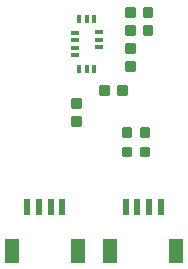
<source format=gbr>
G04 EAGLE Gerber RS-274X export*
G75*
%MOMM*%
%FSLAX34Y34*%
%LPD*%
%INSolderpaste Top*%
%IPPOS*%
%AMOC8*
5,1,8,0,0,1.08239X$1,22.5*%
G01*
%ADD10R,0.600000X1.350000*%
%ADD11R,1.200000X2.000000*%
%ADD12C,0.222250*%
%ADD13R,0.350000X0.800000*%
%ADD14R,0.800000X0.350000*%


D10*
X91680Y52000D03*
X101680Y52000D03*
X111680Y52000D03*
X121680Y52000D03*
D11*
X134680Y15250D03*
X78680Y15250D03*
D10*
X175246Y52000D03*
X185246Y52000D03*
X195246Y52000D03*
X205246Y52000D03*
D11*
X218246Y15250D03*
X162246Y15250D03*
D12*
X172688Y95980D02*
X179356Y95980D01*
X172688Y95980D02*
X172688Y102648D01*
X179356Y102648D01*
X179356Y95980D01*
X179356Y98092D02*
X172688Y98092D01*
X172688Y100204D02*
X179356Y100204D01*
X179356Y102316D02*
X172688Y102316D01*
X187928Y95980D02*
X194596Y95980D01*
X187928Y95980D02*
X187928Y102648D01*
X194596Y102648D01*
X194596Y95980D01*
X194596Y98092D02*
X187928Y98092D01*
X187928Y100204D02*
X194596Y100204D01*
X194596Y102316D02*
X187928Y102316D01*
X179356Y112744D02*
X172688Y112744D01*
X172688Y119412D01*
X179356Y119412D01*
X179356Y112744D01*
X179356Y114856D02*
X172688Y114856D01*
X172688Y116968D02*
X179356Y116968D01*
X179356Y119080D02*
X172688Y119080D01*
X187928Y112744D02*
X194596Y112744D01*
X187928Y112744D02*
X187928Y119412D01*
X194596Y119412D01*
X194596Y112744D01*
X194596Y114856D02*
X187928Y114856D01*
X187928Y116968D02*
X194596Y116968D01*
X194596Y119080D02*
X187928Y119080D01*
D13*
X148340Y169554D03*
X142240Y169554D03*
X136140Y169554D03*
D14*
X132040Y180924D03*
X132040Y187274D03*
X132040Y193624D03*
X132040Y199974D03*
D13*
X136140Y211354D03*
X142240Y211354D03*
X148340Y211354D03*
D14*
X152440Y200279D03*
X152440Y193929D03*
X152440Y187579D03*
D12*
X190468Y214344D02*
X190468Y221012D01*
X197136Y221012D01*
X197136Y214344D01*
X190468Y214344D01*
X190468Y216456D02*
X197136Y216456D01*
X197136Y218568D02*
X190468Y218568D01*
X190468Y220680D02*
X197136Y220680D01*
X190468Y205772D02*
X190468Y199104D01*
X190468Y205772D02*
X197136Y205772D01*
X197136Y199104D01*
X190468Y199104D01*
X190468Y201216D02*
X197136Y201216D01*
X197136Y203328D02*
X190468Y203328D01*
X190468Y205440D02*
X197136Y205440D01*
X175482Y214344D02*
X175482Y221012D01*
X182150Y221012D01*
X182150Y214344D01*
X175482Y214344D01*
X175482Y216456D02*
X182150Y216456D01*
X182150Y218568D02*
X175482Y218568D01*
X175482Y220680D02*
X182150Y220680D01*
X175482Y205772D02*
X175482Y199104D01*
X175482Y205772D02*
X182150Y205772D01*
X182150Y199104D01*
X175482Y199104D01*
X175482Y201216D02*
X182150Y201216D01*
X182150Y203328D02*
X175482Y203328D01*
X175482Y205440D02*
X182150Y205440D01*
X182150Y175038D02*
X182150Y168370D01*
X175482Y168370D01*
X175482Y175038D01*
X182150Y175038D01*
X182150Y170482D02*
X175482Y170482D01*
X175482Y172594D02*
X182150Y172594D01*
X182150Y174706D02*
X175482Y174706D01*
X182150Y183610D02*
X182150Y190278D01*
X182150Y183610D02*
X175482Y183610D01*
X175482Y190278D01*
X182150Y190278D01*
X182150Y185722D02*
X175482Y185722D01*
X175482Y187834D02*
X182150Y187834D01*
X182150Y189946D02*
X175482Y189946D01*
X129762Y143542D02*
X129762Y136874D01*
X129762Y143542D02*
X136430Y143542D01*
X136430Y136874D01*
X129762Y136874D01*
X129762Y138986D02*
X136430Y138986D01*
X136430Y141098D02*
X129762Y141098D01*
X129762Y143210D02*
X136430Y143210D01*
X129762Y128302D02*
X129762Y121634D01*
X129762Y128302D02*
X136430Y128302D01*
X136430Y121634D01*
X129762Y121634D01*
X129762Y123746D02*
X136430Y123746D01*
X136430Y125858D02*
X129762Y125858D01*
X129762Y127970D02*
X136430Y127970D01*
X153638Y147796D02*
X160306Y147796D01*
X153638Y147796D02*
X153638Y154464D01*
X160306Y154464D01*
X160306Y147796D01*
X160306Y149908D02*
X153638Y149908D01*
X153638Y152020D02*
X160306Y152020D01*
X160306Y154132D02*
X153638Y154132D01*
X168878Y147796D02*
X175546Y147796D01*
X168878Y147796D02*
X168878Y154464D01*
X175546Y154464D01*
X175546Y147796D01*
X175546Y149908D02*
X168878Y149908D01*
X168878Y152020D02*
X175546Y152020D01*
X175546Y154132D02*
X168878Y154132D01*
M02*

</source>
